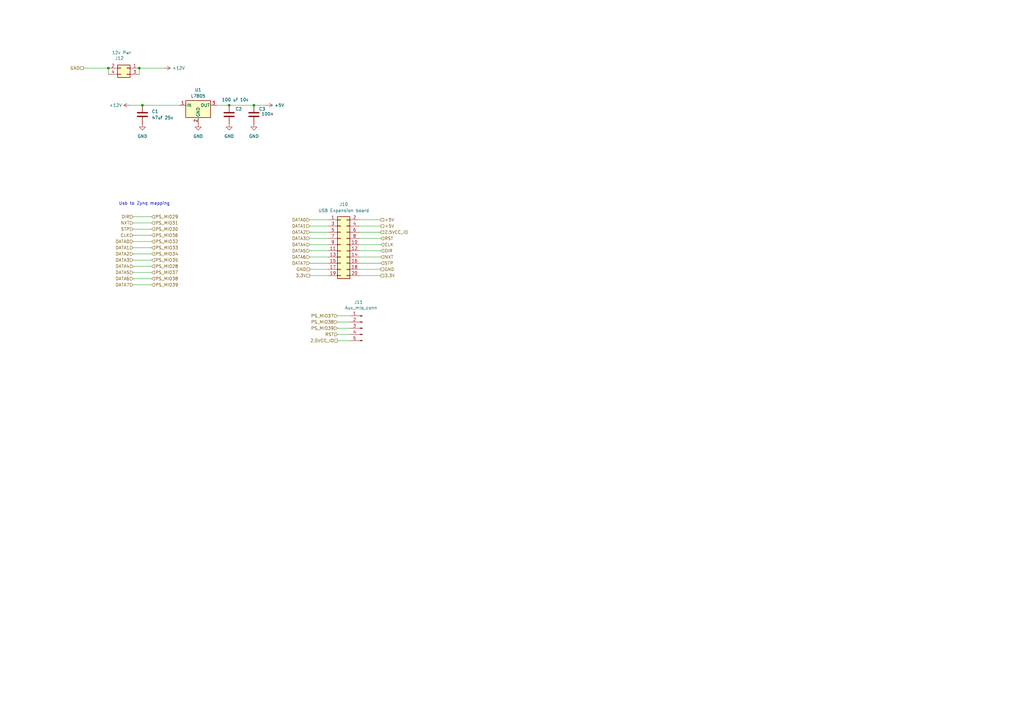
<source format=kicad_sch>
(kicad_sch (version 20250114) (generator "eeschema") (generator_version "9.0")
  (paper "A3")
  (lib_symbols
    (symbol "Connector:Conn_01x05_Pin" (pin_names (offset 1.016) (hide yes))
      (property "Reference" "J" (at 0 7.62 0))
      (property "Value" "Conn_01x05_Pin" (at 0 -7.62 0))
      (symbol "Conn_01x05_Pin_1_1"
        (rectangle (start 0.8636 5.207) (end 0 4.953) (stroke (width 0.1524)) (fill (type outline)))
        (rectangle (start 0.8636 2.667) (end 0 2.413) (stroke (width 0.1524)) (fill (type outline)))
        (rectangle (start 0.8636 0.127) (end 0 -0.127) (stroke (width 0.1524)) (fill (type outline)))
        (rectangle (start 0.8636 -2.413) (end 0 -2.667) (stroke (width 0.1524)) (fill (type outline)))
        (rectangle (start 0.8636 -4.953) (end 0 -5.207) (stroke (width 0.1524)) (fill (type outline)))
        (polyline (pts (xy 1.27 5.08) (xy 0.8636 5.08)) (stroke (width 0.1524)))
        (polyline (pts (xy 1.27 2.54) (xy 0.8636 2.54)) (stroke (width 0.1524)))
        (polyline (pts (xy 1.27 0) (xy 0.8636 0)) (stroke (width 0.1524)))
        (polyline (pts (xy 1.27 -2.54) (xy 0.8636 -2.54)) (stroke (width 0.1524)))
        (polyline (pts (xy 1.27 -5.08) (xy 0.8636 -5.08)) (stroke (width 0.1524)))
        (pin passive line (at 5.08 5.08 180) (length 3.81) (name "Pin_1") (number "1"))
        (pin passive line (at 5.08 2.54 180) (length 3.81) (name "Pin_2") (number "2"))
        (pin passive line (at 5.08 0 180) (length 3.81) (name "Pin_3") (number "3"))
        (pin passive line (at 5.08 -2.54 180) (length 3.81) (name "Pin_4") (number "4"))
        (pin passive line (at 5.08 -5.08 180) (length 3.81) (name "Pin_5") (number "5"))
      )
    )
    (symbol "Connector_Generic:Conn_02x02_Odd_Even" (pin_names (offset 1.016) (hide yes))
      (property "Reference" "J" (at 1.27 2.54 0))
      (property "Value" "Conn_02x02_Odd_Even" (at 1.27 -5.08 0))
      (symbol "Conn_02x02_Odd_Even_1_1"
        (rectangle (start -1.27 1.27) (end 3.81 -3.81) (stroke (width 0.254)) (fill (type background)))
        (rectangle (start -1.27 0.127) (end 0 -0.127) (stroke (width 0.1524)))
        (rectangle (start -1.27 -2.413) (end 0 -2.667) (stroke (width 0.1524)))
        (rectangle (start 3.81 0.127) (end 2.54 -0.127) (stroke (width 0.1524)))
        (rectangle (start 3.81 -2.413) (end 2.54 -2.667) (stroke (width 0.1524)))
        (pin passive line (at -5.08 0 0) (length 3.81) (name "Pin_1") (number "1"))
        (pin passive line (at -5.08 -2.54 0) (length 3.81) (name "Pin_3") (number "3"))
        (pin passive line (at 7.62 0 180) (length 3.81) (name "Pin_2") (number "2"))
        (pin passive line (at 7.62 -2.54 180) (length 3.81) (name "Pin_4") (number "4"))
      )
    )
    (symbol "Connector_Generic:Conn_02x10_Odd_Even" (pin_names (offset 1.016) (hide yes))
      (property "Reference" "J" (at 1.27 12.7 0))
      (property "Value" "Conn_02x10_Odd_Even" (at 1.27 -15.24 0))
      (symbol "Conn_02x10_Odd_Even_1_1"
        (rectangle (start -1.27 11.43) (end 3.81 -13.97) (stroke (width 0.254)) (fill (type background)))
        (rectangle (start -1.27 10.287) (end 0 10.033) (stroke (width 0.1524)))
        (rectangle (start -1.27 7.747) (end 0 7.493) (stroke (width 0.1524)))
        (rectangle (start -1.27 5.207) (end 0 4.953) (stroke (width 0.1524)))
        (rectangle (start -1.27 2.667) (end 0 2.413) (stroke (width 0.1524)))
        (rectangle (start -1.27 0.127) (end 0 -0.127) (stroke (width 0.1524)))
        (rectangle (start -1.27 -2.413) (end 0 -2.667) (stroke (width 0.1524)))
        (rectangle (start -1.27 -4.953) (end 0 -5.207) (stroke (width 0.1524)))
        (rectangle (start -1.27 -7.493) (end 0 -7.747) (stroke (width 0.1524)))
        (rectangle (start -1.27 -10.033) (end 0 -10.287) (stroke (width 0.1524)))
        (rectangle (start -1.27 -12.573) (end 0 -12.827) (stroke (width 0.1524)))
        (rectangle (start 3.81 10.287) (end 2.54 10.033) (stroke (width 0.1524)))
        (rectangle (start 3.81 7.747) (end 2.54 7.493) (stroke (width 0.1524)))
        (rectangle (start 3.81 5.207) (end 2.54 4.953) (stroke (width 0.1524)))
        (rectangle (start 3.81 2.667) (end 2.54 2.413) (stroke (width 0.1524)))
        (rectangle (start 3.81 0.127) (end 2.54 -0.127) (stroke (width 0.1524)))
        (rectangle (start 3.81 -2.413) (end 2.54 -2.667) (stroke (width 0.1524)))
        (rectangle (start 3.81 -4.953) (end 2.54 -5.207) (stroke (width 0.1524)))
        (rectangle (start 3.81 -7.493) (end 2.54 -7.747) (stroke (width 0.1524)))
        (rectangle (start 3.81 -10.033) (end 2.54 -10.287) (stroke (width 0.1524)))
        (rectangle (start 3.81 -12.573) (end 2.54 -12.827) (stroke (width 0.1524)))
        (pin passive line (at -5.08 10.16 0) (length 3.81) (name "Pin_1") (number "1"))
        (pin passive line (at -5.08 7.62 0) (length 3.81) (name "Pin_3") (number "3"))
        (pin passive line (at -5.08 5.08 0) (length 3.81) (name "Pin_5") (number "5"))
        (pin passive line (at -5.08 2.54 0) (length 3.81) (name "Pin_7") (number "7"))
        (pin passive line (at -5.08 0 0) (length 3.81) (name "Pin_9") (number "9"))
        (pin passive line (at -5.08 -2.54 0) (length 3.81) (name "Pin_11") (number "11"))
        (pin passive line (at -5.08 -5.08 0) (length 3.81) (name "Pin_13") (number "13"))
        (pin passive line (at -5.08 -7.62 0) (length 3.81) (name "Pin_15") (number "15"))
        (pin passive line (at -5.08 -10.16 0) (length 3.81) (name "Pin_17") (number "17"))
        (pin passive line (at -5.08 -12.7 0) (length 3.81) (name "Pin_19") (number "19"))
        (pin passive line (at 7.62 10.16 180) (length 3.81) (name "Pin_2") (number "2"))
        (pin passive line (at 7.62 7.62 180) (length 3.81) (name "Pin_4") (number "4"))
        (pin passive line (at 7.62 5.08 180) (length 3.81) (name "Pin_6") (number "6"))
        (pin passive line (at 7.62 2.54 180) (length 3.81) (name "Pin_8") (number "8"))
        (pin passive line (at 7.62 0 180) (length 3.81) (name "Pin_10") (number "10"))
        (pin passive line (at 7.62 -2.54 180) (length 3.81) (name "Pin_12") (number "12"))
        (pin passive line (at 7.62 -5.08 180) (length 3.81) (name "Pin_14") (number "14"))
        (pin passive line (at 7.62 -7.62 180) (length 3.81) (name "Pin_16") (number "16"))
        (pin passive line (at 7.62 -10.16 180) (length 3.81) (name "Pin_18") (number "18"))
        (pin passive line (at 7.62 -12.7 180) (length 3.81) (name "Pin_20") (number "20"))
      )
    )
    (symbol "Device:C" (pin_numbers (hide yes)) (pin_names (offset 0.254))
      (property "Reference" "C" (at 0.635 2.54 0))
      (property "Value" "C" (at 0.635 -2.54 0))
      (symbol "C_0_1"
        (polyline (pts (xy -2.032 0.762) (xy 2.032 0.762)) (stroke (width 0.508)))
        (polyline (pts (xy -2.032 -0.762) (xy 2.032 -0.762)) (stroke (width 0.508)))
      )
      (symbol "C_1_1"
        (pin passive line (at 0 3.81 270) (length 2.794) (name "~") (number "1"))
        (pin passive line (at 0 -3.81 90) (length 2.794) (name "~") (number "2"))
      )
    )
    (symbol "Regulator_Linear:L7805" (pin_names (offset 0.254))
      (property "Reference" "U" (at -3.81 3.175 0))
      (property "Value" "L7805" (at 0 3.175 0))
      (symbol "L7805_0_1"
        (rectangle (start -5.08 1.905) (end 5.08 -5.08) (stroke (width 0.254)) (fill (type background)))
      )
      (symbol "L7805_1_1"
        (pin power_in line (at -7.62 0 0) (length 2.54) (name "IN") (number "1"))
        (pin power_in line (at 0 -7.62 90) (length 2.54) (name "GND") (number "2"))
        (pin power_out line (at 7.62 0 180) (length 2.54) (name "OUT") (number "3"))
      )
    )
    (symbol "power:+12V" (power) (pin_numbers (hide yes)) (pin_names (offset 0) (hide yes))
      (property "Value" "+12V" (at 0 3.556 0))
      (symbol "+12V_0_1"
        (polyline (pts (xy -0.762 1.27) (xy 0 2.54)))
        (polyline (pts (xy 0 2.54) (xy 0.762 1.27)))
        (polyline (pts (xy 0 0) (xy 0 2.54)))
      )
      (symbol "+12V_1_1"
        (pin power_in line (at 0 0 90) (length 0) (name "~") (number "1"))
      )
    )
    (symbol "power:GND" (power) (pin_numbers (hide yes)) (pin_names (offset 0) (hide yes))
      (property "Value" "GND" (at 0 -3.81 0))
      (symbol "GND_0_1"
        (polyline (pts (xy 0 0) (xy 0 -1.27) (xy 1.27 -1.27) (xy 0 -2.54) (xy -1.27 -1.27) (xy 0 -1.27)))
      )
      (symbol "GND_1_1"
        (pin power_in line (at 0 0 270) (length 0) (name "~") (number "1"))
      )
    )
  )
  (text "Usb to Zynq mapping" (at 59.182 83.566 0) (effects (font (size 1.27 1.27))))
  (junction (at 57.15 27.94))
  (junction (at 104.14 43.18))
  (junction (at 93.98 43.18))
  (junction (at 58.42 43.18))
  (junction (at 44.45 27.94))
  (wire (pts (xy 127 92.71) (xy 134.62 92.71)))
  (wire (pts (xy 138.43 132.08) (xy 143.51 132.08)))
  (wire (pts (xy 138.43 137.16) (xy 143.51 137.16)))
  (wire (pts (xy 54.61 116.84) (xy 62.23 116.84)))
  (wire (pts (xy 127 105.41) (xy 134.62 105.41)))
  (wire (pts (xy 147.32 100.33) (xy 156.21 100.33)))
  (wire (pts (xy 44.45 27.94) (xy 34.29 27.94)))
  (wire (pts (xy 54.61 106.68) (xy 62.23 106.68)))
  (wire (pts (xy 138.43 129.54) (xy 143.51 129.54)))
  (wire (pts (xy 127 110.49) (xy 134.62 110.49)))
  (wire (pts (xy 104.14 43.18) (xy 109.22 43.18)))
  (wire (pts (xy 93.98 43.18) (xy 104.14 43.18)))
  (wire (pts (xy 54.61 104.14) (xy 62.23 104.14)))
  (wire (pts (xy 127 90.17) (xy 134.62 90.17)))
  (wire (pts (xy 54.61 91.44) (xy 62.23 91.44)))
  (wire (pts (xy 53.34 43.18) (xy 58.42 43.18)))
  (wire (pts (xy 54.61 93.98) (xy 62.23 93.98)))
  (wire (pts (xy 54.61 111.76) (xy 62.23 111.76)))
  (wire (pts (xy 127 113.03) (xy 134.62 113.03)))
  (wire (pts (xy 147.32 105.41) (xy 156.21 105.41)))
  (wire (pts (xy 54.61 109.22) (xy 62.23 109.22)))
  (wire (pts (xy 147.32 97.79) (xy 156.21 97.79)))
  (wire (pts (xy 147.32 113.03) (xy 156.21 113.03)))
  (wire (pts (xy 127 107.95) (xy 134.62 107.95)))
  (wire (pts (xy 147.32 107.95) (xy 156.21 107.95)))
  (wire (pts (xy 147.32 90.17) (xy 156.21 90.17)))
  (wire (pts (xy 147.32 95.25) (xy 156.21 95.25)))
  (wire (pts (xy 54.61 96.52) (xy 62.23 96.52)))
  (wire (pts (xy 88.9 43.18) (xy 93.98 43.18)))
  (wire (pts (xy 147.32 92.71) (xy 156.21 92.71)))
  (wire (pts (xy 127 95.25) (xy 134.62 95.25)))
  (wire (pts (xy 54.61 99.06) (xy 62.23 99.06)))
  (wire (pts (xy 127 102.87) (xy 134.62 102.87)))
  (wire (pts (xy 57.15 27.94) (xy 57.15 30.48)))
  (wire (pts (xy 58.42 43.18) (xy 73.66 43.18)))
  (wire (pts (xy 54.61 101.6) (xy 62.23 101.6)))
  (wire (pts (xy 127 100.33) (xy 134.62 100.33)))
  (wire (pts (xy 147.32 110.49) (xy 156.21 110.49)))
  (wire (pts (xy 147.32 102.87) (xy 156.21 102.87)))
  (wire (pts (xy 54.61 88.9) (xy 62.23 88.9)))
  (wire (pts (xy 44.45 27.94) (xy 44.45 30.48)))
  (wire (pts (xy 138.43 139.7) (xy 143.51 139.7)))
  (wire (pts (xy 138.43 134.62) (xy 143.51 134.62)))
  (wire (pts (xy 127 97.79) (xy 134.62 97.79)))
  (wire (pts (xy 54.61 114.3) (xy 62.23 114.3)))
  (wire (pts (xy 57.15 27.94) (xy 67.31 27.94)))
  (hierarchical_label "DATA3" (shape input) (at 54.61 106.68 180))
  (hierarchical_label "PS_MIO39" (shape input) (at 138.43 134.62 180))
  (hierarchical_label "PS_MIO35" (shape input) (at 62.23 106.68 0))
  (hierarchical_label "PS_MIO38" (shape input) (at 138.43 132.08 180))
  (hierarchical_label "PS_MIO32" (shape input) (at 62.23 99.06 0))
  (hierarchical_label "GND" (shape passive) (at 156.21 110.49 0))
  (hierarchical_label "PS_MIO31" (shape input) (at 62.23 91.44 0))
  (hierarchical_label "3.3V" (shape passive) (at 156.21 113.03 0))
  (hierarchical_label "STP" (shape input) (at 156.21 107.95 0))
  (hierarchical_label "RST" (shape input) (at 156.21 97.79 0))
  (hierarchical_label "PS_MIO33" (shape input) (at 62.23 101.6 0))
  (hierarchical_label "GND" (shape passive) (at 34.29 27.94 180))
  (hierarchical_label "RST" (shape input) (at 138.43 137.16 180))
  (hierarchical_label "+5V" (shape passive) (at 156.21 90.17 0))
  (hierarchical_label "3.3V" (shape passive) (at 127 113.03 180))
  (hierarchical_label "DATA6" (shape input) (at 54.61 114.3 180))
  (hierarchical_label "DATA0" (shape input) (at 127 90.17 180))
  (hierarchical_label "2.5VCC_IO" (shape passive) (at 156.21 95.25 0))
  (hierarchical_label "+5V" (shape passive) (at 156.21 92.71 0))
  (hierarchical_label "DATA1" (shape input) (at 127 92.71 180))
  (hierarchical_label "PS_MIO30" (shape input) (at 62.23 93.98 0))
  (hierarchical_label "DIR" (shape input) (at 156.21 102.87 0))
  (hierarchical_label "PS_MIO37" (shape input) (at 138.43 129.54 180))
  (hierarchical_label "CLK" (shape input) (at 156.21 100.33 0))
  (hierarchical_label "DATA0" (shape input) (at 54.61 99.06 180))
  (hierarchical_label "2.5VCC_IO" (shape passive) (at 138.43 139.7 180))
  (hierarchical_label "PS_MIO39" (shape input) (at 62.23 116.84 0))
  (hierarchical_label "DATA2" (shape input) (at 127 95.25 180))
  (hierarchical_label "DATA7" (shape input) (at 127 107.95 180))
  (hierarchical_label "DATA4" (shape input) (at 54.61 109.22 180))
  (hierarchical_label "NXT" (shape input) (at 156.21 105.41 0))
  (hierarchical_label "DATA5" (shape input) (at 127 102.87 180))
  (hierarchical_label "PS_MIO34" (shape input) (at 62.23 104.14 0))
  (hierarchical_label "DATA6" (shape input) (at 127 105.41 180))
  (hierarchical_label "GND" (shape passive) (at 127 110.49 180))
  (hierarchical_label "DATA5" (shape input) (at 54.61 111.76 180))
  (hierarchical_label "DIR" (shape input) (at 54.61 88.9 180))
  (hierarchical_label "DATA7" (shape input) (at 54.61 116.84 180))
  (hierarchical_label "CLK" (shape input) (at 54.61 96.52 180))
  (hierarchical_label "PS_MIO36" (shape input) (at 62.23 96.52 0))
  (hierarchical_label "PS_MIO29" (shape input) (at 62.23 88.9 0))
  (hierarchical_label "NXT" (shape input) (at 54.61 91.44 180))
  (hierarchical_label "PS_MIO28" (shape input) (at 62.23 109.22 0))
  (hierarchical_label "PS_MIO37" (shape input) (at 62.23 111.76 0))
  (hierarchical_label "DATA2" (shape input) (at 54.61 104.14 180))
  (hierarchical_label "DATA1" (shape input) (at 54.61 101.6 180))
  (hierarchical_label "STP" (shape input) (at 54.61 93.98 180))
  (hierarchical_label "PS_MIO38" (shape input) (at 62.23 114.3 0))
  (hierarchical_label "DATA4" (shape input) (at 127 100.33 180))
  (hierarchical_label "DATA3" (shape input) (at 127 97.79 180))
  (symbol (lib_id "power:GND") (at 81.28 50.8 0) (unit 1)
    (property "Reference" "#PWR04" (effects (hide yes)))
    (property "Value" "GND" (at 81.28 55.88 0))
    (property "Description" "Power symbol creates a global label with name \"GND\" , ground" (effects (hide yes)))
  )
  (symbol (lib_id "Device:C") (at 58.42 46.99 0) (unit 1)
    (property "Reference" "C1" (at 62.23 45.7199 0) (effects (justify left)))
    (property "Value" "47uf 25v" (at 62.23 48.2599 0) (effects (justify left)))
    (property "Footprint" "Capacitor_SMD:C_1206_3216Metric" (effects (hide yes)))
    (property "Description" "Unpolarized capacitor" (effects (hide yes)))
  )
  (symbol (lib_id "Connector_Generic:Conn_02x10_Odd_Even") (at 139.7 100.33 0) (unit 1)
    (property "Reference" "J10" (at 140.97 83.82 0))
    (property "Value" "USB Expansion board" (at 140.97 86.36 0))
    (property "Footprint" "Connector_PinSocket_2.54mm:PinSocket_2x10_P2.54mm_Horizontal" (effects (hide yes)))
    (property "Description" "Generic connector, double row, 02x10, odd/even pin numbering scheme (row 1 odd numbers, row 2 even numbers), script generated (kicad-library-utils/schlib/autogen/connector/)" (effects (hide yes)))
  )
  (symbol (lib_id "power:+12V") (at 53.34 43.18 90) (unit 1)
    (property "Reference" "#PWR03" (effects (hide yes)))
    (property "Value" "+12V" (at 50.038 43.18 90) (effects (justify left)))
    (property "Description" "Power symbol creates a global label with name \"+12V\"" (effects (hide yes)))
  )
  (symbol (lib_id "Device:C") (at 104.14 46.99 0) (unit 1)
    (property "Reference" "C3" (at 106.172 44.704 0) (effects (justify left)))
    (property "Value" "100n" (at 107.188 46.736 0) (effects (justify left)))
    (property "Footprint" "Capacitor_SMD:C_1206_3216Metric" (effects (hide yes)))
    (property "Description" "Unpolarized capacitor" (effects (hide yes)))
  )
  (symbol (lib_id "power:+12V") (at 67.31 27.94 270) (mirror x) (unit 1)
    (property "Reference" "#PWR019" (effects (hide yes)))
    (property "Value" "+12V" (at 70.612 27.94 90) (effects (justify left)))
    (property "Description" "Power symbol creates a global label with name \"+12V\"" (effects (hide yes)))
  )
  (symbol (lib_id "Connector:Conn_01x05_Pin") (at 148.59 134.62 0) (mirror y) (unit 1)
    (property "Reference" "J11" (at 147.066 123.952 0))
    (property "Value" "Aux_mio_conn" (at 148.082 126.238 0))
    (property "Footprint" "Connector_PinHeader_2.54mm:PinHeader_1x05_P2.54mm_Vertical" (effects (hide yes)))
    (property "Description" "Generic connector, single row, 01x05, script generated" (effects (hide yes)))
  )
  (symbol (lib_id "Connector_Generic:Conn_02x02_Odd_Even") (at 52.07 27.94 0) (mirror y) (unit 1)
    (property "Reference" "J12" (at 50.8 23.876 0) (effects (justify left)))
    (property "Value" "12v Pwr" (at 53.848 21.59 0) (effects (justify left)))
    (property "Footprint" "Connector_PinSocket_2.54mm:PinSocket_2x02_P2.54mm_Vertical" (effects (hide yes)))
    (property "Description" "Generic connector, double row, 02x02, odd/even pin numbering scheme (row 1 odd numbers, row 2 even numbers), script generated (kicad-library-utils/schlib/autogen/connector/)" (effects (hide yes)))
  )
  (symbol (lib_id "Device:C") (at 93.98 46.99 0) (unit 1)
    (property "Reference" "C2" (at 96.52 44.704 0) (effects (justify left)))
    (property "Value" "100 uf 10v" (at 90.932 40.894 0) (effects (justify left)))
    (property "Footprint" "Capacitor_SMD:C_1206_3216Metric" (effects (hide yes)))
    (property "Description" "Unpolarized capacitor" (effects (hide yes)))
  )
  (symbol (lib_id "power:GND") (at 58.42 50.8 0) (unit 1)
    (property "Reference" "#PWR06" (effects (hide yes)))
    (property "Value" "GND" (at 58.42 55.88 0))
    (property "Description" "Power symbol creates a global label with name \"GND\" , ground" (effects (hide yes)))
  )
  (symbol (lib_id "power:GND") (at 93.98 50.8 0) (unit 1)
    (property "Reference" "#PWR07" (effects (hide yes)))
    (property "Value" "GND" (at 93.98 55.88 0))
    (property "Description" "Power symbol creates a global label with name \"GND\" , ground" (effects (hide yes)))
  )
  (symbol (lib_id "power:GND") (at 104.14 50.8 0) (unit 1)
    (property "Reference" "#PWR08" (effects (hide yes)))
    (property "Value" "GND" (at 104.14 55.88 0))
    (property "Description" "Power symbol creates a global label with name \"GND\" , ground" (effects (hide yes)))
  )
  (symbol (lib_id "power:+12V") (at 109.22 43.18 270) (mirror x) (unit 1)
    (property "Reference" "#PWR05" (effects (hide yes)))
    (property "Value" "+5V" (at 112.522 43.18 90) (effects (justify left)))
    (property "Description" "Power symbol creates a global label with name \"+12V\"" (effects (hide yes)))
  )
  (symbol (lib_id "Regulator_Linear:L7805") (at 81.28 43.18 0) (unit 1)
    (property "Reference" "U1" (at 81.28 36.83 0))
    (property "Value" "L7805" (at 81.28 39.37 0))
    (property "Footprint" "Package_TO_SOT_THT:TO-220-3_Horizontal_TabDown" (effects (hide yes)))
    (property "Datasheet" "http://www.st.com/content/ccc/resource/technical/document/datasheet/41/4f/b3/b0/12/d4/47/88/CD00000444.pdf/files/CD00000444.pdf/jcr:content/translations/en.CD00000444.pdf" (effects (hide yes)))
    (property "Description" "Positive 1.5A 35V Linear Regulator, Fixed Output 5V, TO-220/TO-263/TO-252" (effects (hide yes)))
  )
)
</source>
